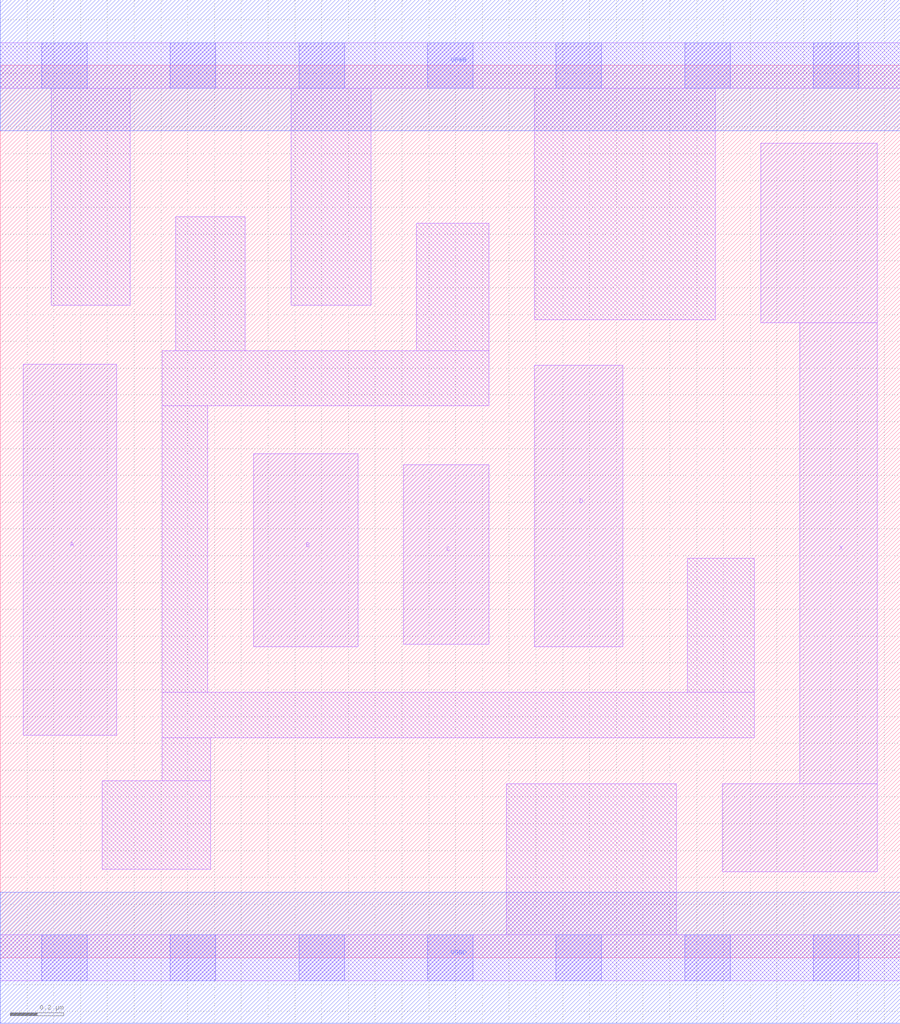
<source format=lef>
# Copyright 2020 The SkyWater PDK Authors
#
# Licensed under the Apache License, Version 2.0 (the "License");
# you may not use this file except in compliance with the License.
# You may obtain a copy of the License at
#
#     https://www.apache.org/licenses/LICENSE-2.0
#
# Unless required by applicable law or agreed to in writing, software
# distributed under the License is distributed on an "AS IS" BASIS,
# WITHOUT WARRANTIES OR CONDITIONS OF ANY KIND, either express or implied.
# See the License for the specific language governing permissions and
# limitations under the License.
#
# SPDX-License-Identifier: Apache-2.0

VERSION 5.7 ;
  NAMESCASESENSITIVE ON ;
  NOWIREEXTENSIONATPIN ON ;
  DIVIDERCHAR "/" ;
  BUSBITCHARS "[]" ;
UNITS
  DATABASE MICRONS 200 ;
END UNITS
MACRO sky130_fd_sc_lp__and4_0
  CLASS CORE ;
  FOREIGN sky130_fd_sc_lp__and4_0 ;
  ORIGIN  0.000000  0.000000 ;
  SIZE  3.360000 BY  3.330000 ;
  SYMMETRY X Y R90 ;
  SITE unit ;
  PIN A
    ANTENNAGATEAREA  0.126000 ;
    DIRECTION INPUT ;
    USE SIGNAL ;
    PORT
      LAYER li1 ;
        RECT 0.085000 0.830000 0.435000 2.215000 ;
    END
  END A
  PIN B
    ANTENNAGATEAREA  0.126000 ;
    DIRECTION INPUT ;
    USE SIGNAL ;
    PORT
      LAYER li1 ;
        RECT 0.945000 1.160000 1.335000 1.880000 ;
    END
  END B
  PIN C
    ANTENNAGATEAREA  0.126000 ;
    DIRECTION INPUT ;
    USE SIGNAL ;
    PORT
      LAYER li1 ;
        RECT 1.505000 1.170000 1.825000 1.840000 ;
    END
  END C
  PIN D
    ANTENNAGATEAREA  0.126000 ;
    DIRECTION INPUT ;
    USE SIGNAL ;
    PORT
      LAYER li1 ;
        RECT 1.995000 1.160000 2.325000 2.210000 ;
    END
  END D
  PIN X
    ANTENNADIFFAREA  0.280900 ;
    DIRECTION OUTPUT ;
    USE SIGNAL ;
    PORT
      LAYER li1 ;
        RECT 2.695000 0.320000 3.275000 0.650000 ;
        RECT 2.840000 2.370000 3.275000 3.040000 ;
        RECT 2.985000 0.650000 3.275000 2.370000 ;
    END
  END X
  PIN VGND
    DIRECTION INOUT ;
    USE GROUND ;
    PORT
      LAYER met1 ;
        RECT 0.000000 -0.245000 3.360000 0.245000 ;
    END
  END VGND
  PIN VPWR
    DIRECTION INOUT ;
    USE POWER ;
    PORT
      LAYER met1 ;
        RECT 0.000000 3.085000 3.360000 3.575000 ;
    END
  END VPWR
  OBS
    LAYER li1 ;
      RECT 0.000000 -0.085000 3.360000 0.085000 ;
      RECT 0.000000  3.245000 3.360000 3.415000 ;
      RECT 0.190000  2.435000 0.485000 3.245000 ;
      RECT 0.380000  0.330000 0.785000 0.660000 ;
      RECT 0.605000  0.660000 0.785000 0.820000 ;
      RECT 0.605000  0.820000 2.815000 0.990000 ;
      RECT 0.605000  0.990000 0.775000 2.060000 ;
      RECT 0.605000  2.060000 1.825000 2.265000 ;
      RECT 0.655000  2.265000 0.915000 2.765000 ;
      RECT 1.085000  2.435000 1.385000 3.245000 ;
      RECT 1.555000  2.265000 1.825000 2.740000 ;
      RECT 1.890000  0.085000 2.525000 0.650000 ;
      RECT 1.995000  2.380000 2.670000 3.245000 ;
      RECT 2.565000  0.990000 2.815000 1.490000 ;
    LAYER mcon ;
      RECT 0.155000 -0.085000 0.325000 0.085000 ;
      RECT 0.155000  3.245000 0.325000 3.415000 ;
      RECT 0.635000 -0.085000 0.805000 0.085000 ;
      RECT 0.635000  3.245000 0.805000 3.415000 ;
      RECT 1.115000 -0.085000 1.285000 0.085000 ;
      RECT 1.115000  3.245000 1.285000 3.415000 ;
      RECT 1.595000 -0.085000 1.765000 0.085000 ;
      RECT 1.595000  3.245000 1.765000 3.415000 ;
      RECT 2.075000 -0.085000 2.245000 0.085000 ;
      RECT 2.075000  3.245000 2.245000 3.415000 ;
      RECT 2.555000 -0.085000 2.725000 0.085000 ;
      RECT 2.555000  3.245000 2.725000 3.415000 ;
      RECT 3.035000 -0.085000 3.205000 0.085000 ;
      RECT 3.035000  3.245000 3.205000 3.415000 ;
  END
END sky130_fd_sc_lp__and4_0
END LIBRARY

</source>
